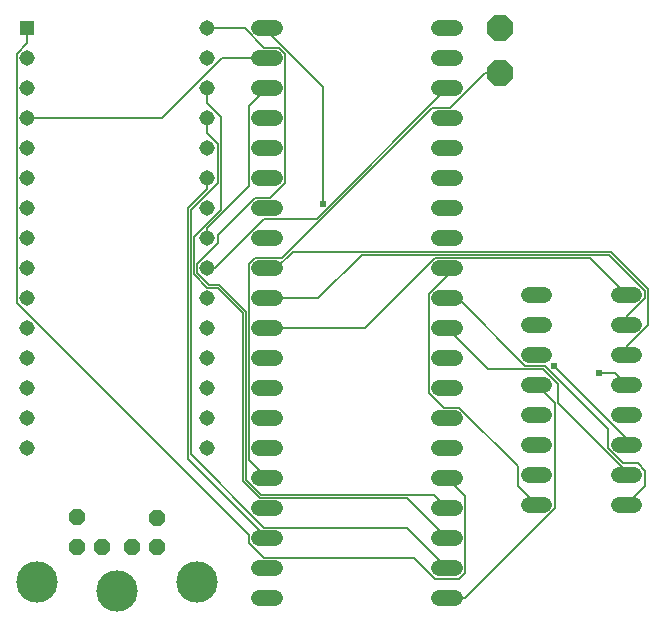
<source format=gbr>
G04 EAGLE Gerber RS-274X export*
G75*
%MOMM*%
%FSLAX34Y34*%
%LPD*%
%INBottom Copper*%
%IPPOS*%
%AMOC8*
5,1,8,0,0,1.08239X$1,22.5*%
G01*
%ADD10R,1.308000X1.308000*%
%ADD11C,1.308000*%
%ADD12C,1.320800*%
%ADD13C,3.500000*%
%ADD14P,1.539592X8X202.500000*%
%ADD15P,2.336880X8X112.500000*%
%ADD16C,0.127000*%
%ADD17C,0.609600*%


D10*
X19050Y508000D03*
D11*
X19050Y482600D03*
X19050Y457200D03*
X19050Y431800D03*
X19050Y406400D03*
X19050Y381000D03*
X19050Y355600D03*
X19050Y330200D03*
X19050Y304800D03*
X19050Y279400D03*
X19050Y254000D03*
X19050Y228600D03*
X19050Y203200D03*
X19050Y177800D03*
X19050Y152400D03*
X171450Y152400D03*
X171450Y177800D03*
X171450Y203200D03*
X171450Y228600D03*
X171450Y254000D03*
X171450Y279400D03*
X171450Y304800D03*
X171450Y330200D03*
X171450Y355600D03*
X171450Y381000D03*
X171450Y406400D03*
X171450Y431800D03*
X171450Y457200D03*
X171450Y482600D03*
X171450Y508000D03*
D12*
X215646Y508000D02*
X228854Y508000D01*
X228854Y482600D02*
X215646Y482600D01*
X215646Y457200D02*
X228854Y457200D01*
X228854Y431800D02*
X215646Y431800D01*
X215646Y406400D02*
X228854Y406400D01*
X228854Y381000D02*
X215646Y381000D01*
X215646Y355600D02*
X228854Y355600D01*
X228854Y330200D02*
X215646Y330200D01*
X215646Y304800D02*
X228854Y304800D01*
X228854Y279400D02*
X215646Y279400D01*
X215646Y254000D02*
X228854Y254000D01*
X228854Y228600D02*
X215646Y228600D01*
X215646Y203200D02*
X228854Y203200D01*
X228854Y177800D02*
X215646Y177800D01*
X215646Y152400D02*
X228854Y152400D01*
X228854Y127000D02*
X215646Y127000D01*
X215646Y101600D02*
X228854Y101600D01*
X228854Y76200D02*
X215646Y76200D01*
X215646Y50800D02*
X228854Y50800D01*
X228854Y25400D02*
X215646Y25400D01*
X368046Y25400D02*
X381254Y25400D01*
X381254Y50800D02*
X368046Y50800D01*
X368046Y76200D02*
X381254Y76200D01*
X381254Y101600D02*
X368046Y101600D01*
X368046Y127000D02*
X381254Y127000D01*
X381254Y152400D02*
X368046Y152400D01*
X368046Y177800D02*
X381254Y177800D01*
X381254Y203200D02*
X368046Y203200D01*
X368046Y228600D02*
X381254Y228600D01*
X381254Y254000D02*
X368046Y254000D01*
X368046Y279400D02*
X381254Y279400D01*
X381254Y304800D02*
X368046Y304800D01*
X368046Y330200D02*
X381254Y330200D01*
X381254Y355600D02*
X368046Y355600D01*
X368046Y381000D02*
X381254Y381000D01*
X381254Y406400D02*
X368046Y406400D01*
X368046Y431800D02*
X381254Y431800D01*
X381254Y457200D02*
X368046Y457200D01*
X368046Y482600D02*
X381254Y482600D01*
X381254Y508000D02*
X368046Y508000D01*
D13*
X27250Y39250D03*
X162750Y39250D03*
X95250Y31250D03*
D14*
X82250Y69250D03*
X108250Y69250D03*
X129250Y69250D03*
X61250Y69250D03*
X61250Y94250D03*
X129250Y93750D03*
D15*
X419100Y508000D03*
X419100Y469900D03*
D12*
X443696Y282350D02*
X456904Y282350D01*
X456904Y256950D02*
X443696Y256950D01*
X443696Y180750D02*
X456904Y180750D01*
X456904Y155350D02*
X443696Y155350D01*
X443696Y231550D02*
X456904Y231550D01*
X456904Y206150D02*
X443696Y206150D01*
X443696Y129950D02*
X456904Y129950D01*
X456904Y104550D02*
X443696Y104550D01*
X519896Y104550D02*
X533104Y104550D01*
X533104Y129950D02*
X519896Y129950D01*
X519896Y155350D02*
X533104Y155350D01*
X533104Y180750D02*
X519896Y180750D01*
X519896Y206150D02*
X533104Y206150D01*
X533104Y231550D02*
X519896Y231550D01*
X519896Y256950D02*
X533104Y256950D01*
X533104Y282350D02*
X519896Y282350D01*
D16*
X222250Y505460D02*
X222250Y508000D01*
X222250Y505460D02*
X269240Y458470D01*
X269240Y359410D01*
D17*
X269240Y359410D03*
D16*
X374650Y25400D02*
X389890Y25400D01*
X466090Y101600D01*
X466090Y190500D01*
X450850Y205740D01*
X450300Y206150D01*
X374650Y298450D02*
X374650Y304800D01*
X374650Y298450D02*
X359410Y283210D01*
X359410Y199390D01*
X372110Y186690D01*
X384810Y186690D01*
X434340Y137160D01*
X434340Y120650D01*
X449580Y105410D01*
X450300Y104550D01*
X383540Y279400D02*
X374650Y279400D01*
X383540Y279400D02*
X440690Y222250D01*
X457200Y222250D01*
X510540Y168910D01*
X510540Y152400D01*
X523240Y139700D01*
X535940Y139700D01*
X542290Y133350D01*
X542290Y120650D01*
X527050Y105410D01*
X526500Y104550D01*
X525780Y130810D02*
X525780Y133350D01*
X468630Y190500D01*
X468630Y207010D01*
X455930Y219710D01*
X408940Y219710D01*
X374650Y254000D01*
X525780Y130810D02*
X526500Y129950D01*
X525780Y156210D02*
X525780Y161290D01*
X464820Y222250D01*
X525780Y156210D02*
X526500Y155350D01*
D17*
X464820Y222250D03*
D16*
X502920Y215900D02*
X516890Y215900D01*
X525780Y207010D01*
X526500Y206150D01*
D17*
X502920Y215900D03*
D16*
X527050Y232410D02*
X527050Y238760D01*
X544830Y256540D01*
X544830Y287020D01*
X513080Y318770D01*
X243840Y318770D01*
X229870Y304800D01*
X222250Y304800D01*
X526500Y231550D02*
X527050Y232410D01*
X527050Y257810D02*
X527050Y264160D01*
X542290Y279400D01*
X542290Y285750D01*
X511810Y316230D01*
X302260Y316230D01*
X265430Y279400D01*
X222250Y279400D01*
X526500Y256950D02*
X527050Y257810D01*
X304800Y254000D02*
X222250Y254000D01*
X304800Y254000D02*
X364490Y313690D01*
X495300Y313690D01*
X525780Y283210D01*
X526500Y282350D01*
X177800Y304800D02*
X171450Y304800D01*
X177800Y304800D02*
X219710Y346710D01*
X264160Y346710D01*
X374650Y457200D01*
X171450Y339090D02*
X171450Y330200D01*
X171450Y339090D02*
X207010Y374650D01*
X207010Y441960D01*
X222250Y457200D01*
X171450Y381000D02*
X171450Y372110D01*
X154940Y355600D01*
X154940Y143510D01*
X222250Y76200D01*
X171450Y419100D02*
X171450Y431800D01*
X171450Y419100D02*
X180340Y410210D01*
X180340Y377190D01*
X157480Y354330D01*
X157480Y147320D01*
X219710Y85090D01*
X340360Y85090D01*
X374650Y50800D01*
X171450Y444500D02*
X171450Y457200D01*
X171450Y444500D02*
X182880Y433070D01*
X182880Y354330D01*
X160020Y331470D01*
X160020Y299720D01*
X171450Y288290D01*
X180340Y288290D01*
X201930Y266700D01*
X201930Y124460D01*
X215900Y110490D01*
X340360Y110490D01*
X374650Y76200D01*
X203200Y508000D02*
X171450Y508000D01*
X203200Y508000D02*
X219710Y491490D01*
X232410Y491490D01*
X237490Y486410D01*
X237490Y377190D01*
X224790Y364490D01*
X212090Y364490D01*
X180340Y332740D01*
X180340Y326390D01*
X162560Y308610D01*
X162560Y300990D01*
X172720Y290830D01*
X181610Y290830D01*
X204470Y267970D01*
X204470Y125730D01*
X217170Y113030D01*
X363220Y113030D01*
X374650Y101600D01*
X19050Y495300D02*
X19050Y508000D01*
X19050Y495300D02*
X10160Y486410D01*
X10160Y275590D01*
X207010Y78740D01*
X207010Y72390D01*
X219710Y59690D01*
X346710Y59690D01*
X364490Y41910D01*
X384810Y41910D01*
X389890Y46990D01*
X389890Y111760D01*
X374650Y127000D01*
X133350Y431800D02*
X19050Y431800D01*
X133350Y431800D02*
X184150Y482600D01*
X222250Y482600D01*
X406400Y469900D02*
X419100Y469900D01*
X406400Y469900D02*
X377190Y440690D01*
X361950Y440690D01*
X234950Y313690D01*
X212090Y313690D01*
X207010Y308610D01*
X207010Y142240D01*
X222250Y127000D01*
M02*

</source>
